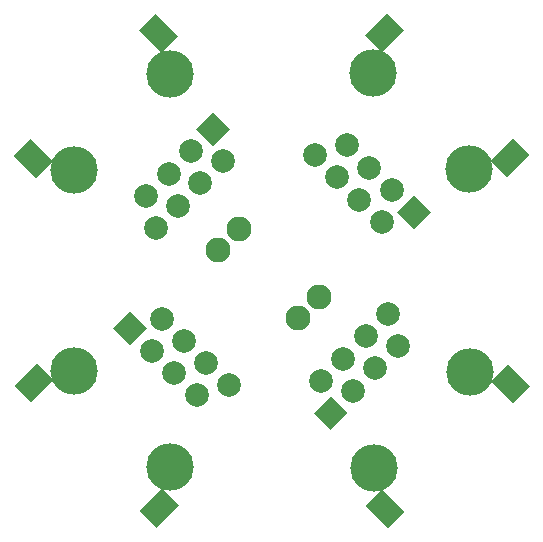
<source format=gbs>
G04 #@! TF.FileFunction,Soldermask,Bot*
%FSLAX46Y46*%
G04 Gerber Fmt 4.6, Leading zero omitted, Abs format (unit mm)*
G04 Created by KiCad (PCBNEW 4.0.6) date 07/08/18 16:23:34*
%MOMM*%
%LPD*%
G01*
G04 APERTURE LIST*
%ADD10C,0.100000*%
%ADD11C,4.008000*%
%ADD12C,2.008000*%
%ADD13C,2.108000*%
G04 APERTURE END LIST*
D10*
D11*
X38639468Y-30087740D03*
X30507740Y-38219468D03*
D10*
G36*
X42295210Y-33355988D02*
X43715080Y-34775858D01*
X42295210Y-36195728D01*
X40875340Y-34775858D01*
X42295210Y-33355988D01*
X42295210Y-33355988D01*
G37*
D12*
X37458600Y-43148002D03*
X36638356Y-40432712D03*
X43115454Y-37491148D03*
X39339504Y-41267098D03*
X41227479Y-39379123D03*
X38533402Y-38537666D03*
X40407235Y-36663833D03*
D10*
G36*
X37437386Y-24990914D02*
X39352231Y-26905759D01*
X37932360Y-28325630D01*
X36017515Y-26410785D01*
X37437386Y-24990914D01*
X37437386Y-24990914D01*
G37*
G36*
X26830785Y-35597515D02*
X28745630Y-37512360D01*
X27325759Y-38932231D01*
X25410914Y-37017386D01*
X26830785Y-35597515D01*
X26830785Y-35597515D01*
G37*
D11*
X30567740Y-55290532D03*
X38699468Y-63422260D03*
D10*
G36*
X33835988Y-51634790D02*
X35255858Y-50214920D01*
X36675728Y-51634790D01*
X35255858Y-53054660D01*
X33835988Y-51634790D01*
X33835988Y-51634790D01*
G37*
D12*
X43628002Y-56471400D03*
X40912712Y-57291644D03*
X37971148Y-50814546D03*
X41747098Y-54590496D03*
X39859123Y-52702521D03*
X39017666Y-55396598D03*
X37143833Y-53522765D03*
D10*
G36*
X25470914Y-56492614D02*
X27385759Y-54577769D01*
X28805630Y-55997640D01*
X26890785Y-57912485D01*
X25470914Y-56492614D01*
X25470914Y-56492614D01*
G37*
G36*
X36077515Y-67099215D02*
X37992360Y-65184370D01*
X39412231Y-66604241D01*
X37497386Y-68519086D01*
X36077515Y-67099215D01*
X36077515Y-67099215D01*
G37*
D11*
X63992260Y-38159468D03*
X55860532Y-30027740D03*
D10*
G36*
X60724012Y-41815210D02*
X59304142Y-43235080D01*
X57884272Y-41815210D01*
X59304142Y-40395340D01*
X60724012Y-41815210D01*
X60724012Y-41815210D01*
G37*
D12*
X50931998Y-36978600D03*
X53647288Y-36158356D03*
X56588852Y-42635454D03*
X52812902Y-38859504D03*
X54700877Y-40747479D03*
X55542334Y-38053402D03*
X57416167Y-39927235D03*
D10*
G36*
X69089086Y-36957386D02*
X67174241Y-38872231D01*
X65754370Y-37452360D01*
X67669215Y-35537515D01*
X69089086Y-36957386D01*
X69089086Y-36957386D01*
G37*
G36*
X58482485Y-26350785D02*
X56567640Y-28265630D01*
X55147769Y-26845759D01*
X57062614Y-24930914D01*
X58482485Y-26350785D01*
X58482485Y-26350785D01*
G37*
D13*
X42690000Y-45040000D03*
X44457767Y-43272233D03*
X49500000Y-50750000D03*
X51267767Y-48982233D03*
D11*
X55920532Y-63492260D03*
X64052260Y-55360532D03*
D10*
G36*
X52264790Y-60224012D02*
X50844920Y-58804142D01*
X52264790Y-57384272D01*
X53684660Y-58804142D01*
X52264790Y-60224012D01*
X52264790Y-60224012D01*
G37*
D12*
X57101400Y-50431998D03*
X57921644Y-53147288D03*
X51444546Y-56088852D03*
X55220496Y-52312902D03*
X53332521Y-54200877D03*
X56026598Y-55042334D03*
X54152765Y-56916167D03*
D10*
G36*
X57122614Y-68589086D02*
X55207769Y-66674241D01*
X56627640Y-65254370D01*
X58542485Y-67169215D01*
X57122614Y-68589086D01*
X57122614Y-68589086D01*
G37*
G36*
X67729215Y-57982485D02*
X65814370Y-56067640D01*
X67234241Y-54647769D01*
X69149086Y-56562614D01*
X67729215Y-57982485D01*
X67729215Y-57982485D01*
G37*
M02*

</source>
